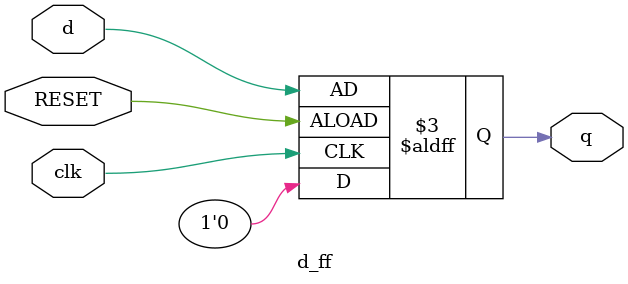
<source format=v>
`timescale 1ns / 1ps


module d_ff(
    input d,clk,RESET,
    output q
    );
    always @(posedge clk or posedge RESET) begin // active when low
    if (!RESET)
        q <= 1'b0;
     else
        q <= d;
end
endmodule

</source>
